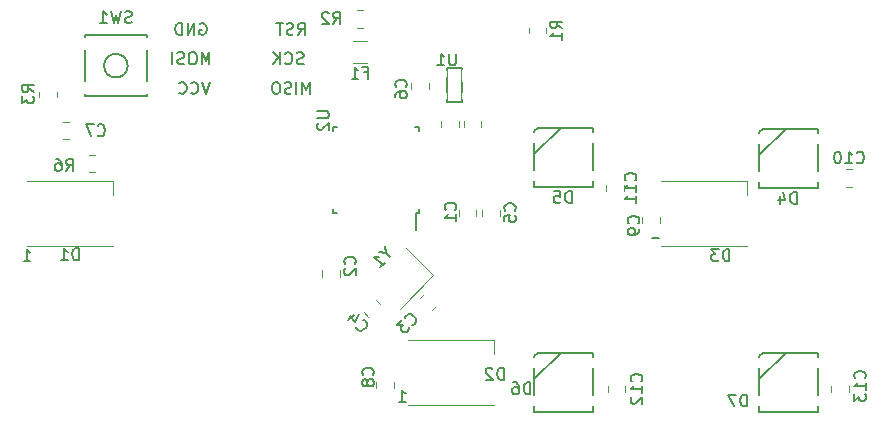
<source format=gbo>
G04 #@! TF.GenerationSoftware,KiCad,Pcbnew,(5.1.9-0-10_14)*
G04 #@! TF.CreationDate,2021-03-17T22:28:09-07:00*
G04 #@! TF.ProjectId,Croaky4,43726f61-6b79-4342-9e6b-696361645f70,rev?*
G04 #@! TF.SameCoordinates,Original*
G04 #@! TF.FileFunction,Legend,Bot*
G04 #@! TF.FilePolarity,Positive*
%FSLAX46Y46*%
G04 Gerber Fmt 4.6, Leading zero omitted, Abs format (unit mm)*
G04 Created by KiCad (PCBNEW (5.1.9-0-10_14)) date 2021-03-17 22:28:09*
%MOMM*%
%LPD*%
G01*
G04 APERTURE LIST*
%ADD10C,0.120000*%
%ADD11C,0.150000*%
%ADD12C,0.200000*%
%ADD13R,1.500000X1.000000*%
%ADD14R,1.501140X0.899160*%
%ADD15C,3.500000*%
%ADD16C,2.250000*%
%ADD17C,3.987800*%
%ADD18C,1.750000*%
%ADD19R,1.600000X0.550000*%
%ADD20R,0.550000X1.600000*%
%ADD21R,0.700000X1.000000*%
%ADD22R,0.700000X0.600000*%
%ADD23C,0.750000*%
%ADD24O,1.100000X2.200000*%
%ADD25O,1.100000X1.700000*%
%ADD26R,2.000000X2.000000*%
%ADD27C,2.000000*%
%ADD28R,2.000000X3.200000*%
%ADD29C,0.100000*%
%ADD30R,1.800000X1.100000*%
G04 APERTURE END LIST*
D10*
G04 #@! TO.C,D2*
X-35243750Y9131750D02*
X-35243750Y7981750D01*
X-42543750Y9131750D02*
X-35243750Y9131750D01*
X-42543750Y3631750D02*
X-35243750Y3631750D01*
D11*
G04 #@! TO.C,D6*
X-29568750Y8056250D02*
X-31868750Y5806250D01*
D12*
X-31568750Y8056250D02*
X-26868750Y8056250D01*
X-31868750Y7806250D02*
X-31868750Y3056250D01*
X-31568750Y8056250D02*
X-31868750Y7806250D01*
X-26868750Y3056250D02*
X-31868750Y3056250D01*
X-26869390Y8055610D02*
X-26869390Y3056890D01*
G04 #@! TO.C,D7*
X-7819390Y8055610D02*
X-7819390Y3056890D01*
X-7818750Y3056250D02*
X-12818750Y3056250D01*
X-12518750Y8056250D02*
X-12818750Y7806250D01*
X-12818750Y7806250D02*
X-12818750Y3056250D01*
X-12518750Y8056250D02*
X-7818750Y8056250D01*
D11*
X-10518750Y8056250D02*
X-12818750Y5806250D01*
D12*
G04 #@! TO.C,D5*
X-26869390Y27105610D02*
X-26869390Y22106890D01*
X-26868750Y22106250D02*
X-31868750Y22106250D01*
X-31568750Y27106250D02*
X-31868750Y26856250D01*
X-31868750Y26856250D02*
X-31868750Y22106250D01*
X-31568750Y27106250D02*
X-26868750Y27106250D01*
D11*
X-29568750Y27106250D02*
X-31868750Y24856250D01*
D12*
G04 #@! TO.C,D4*
X-7819390Y27010360D02*
X-7819390Y22011640D01*
X-7818750Y22011000D02*
X-12818750Y22011000D01*
X-12518750Y27011000D02*
X-12818750Y26761000D01*
X-12818750Y26761000D02*
X-12818750Y22011000D01*
X-12518750Y27011000D02*
X-7818750Y27011000D01*
D11*
X-10518750Y27011000D02*
X-12818750Y24761000D01*
D10*
G04 #@! TO.C,C13*
X-6704000Y5214252D02*
X-6704000Y4691748D01*
X-5234000Y5214252D02*
X-5234000Y4691748D01*
G04 #@! TO.C,C12*
X-25627000Y5214252D02*
X-25627000Y4691748D01*
X-24157000Y5214252D02*
X-24157000Y4691748D01*
G04 #@! TO.C,C11*
X-25754000Y21709748D02*
X-25754000Y22232252D01*
X-24284000Y21709748D02*
X-24284000Y22232252D01*
G04 #@! TO.C,C10*
X-4945748Y22125000D02*
X-5468252Y22125000D01*
X-4945748Y23595000D02*
X-5468252Y23595000D01*
D11*
G04 #@! TO.C,U2*
X-41843750Y19901750D02*
X-41843750Y18476750D01*
X-41618750Y27151750D02*
X-41618750Y26826750D01*
X-48868750Y27151750D02*
X-48868750Y26826750D01*
X-48868750Y19901750D02*
X-48868750Y20226750D01*
X-41618750Y19901750D02*
X-41618750Y20226750D01*
X-48868750Y19901750D02*
X-48543750Y19901750D01*
X-48868750Y27151750D02*
X-48543750Y27151750D01*
X-41618750Y27151750D02*
X-41943750Y27151750D01*
X-41618750Y19901750D02*
X-41843750Y19901750D01*
G04 #@! TO.C,U1*
X-39258000Y32184000D02*
X-39258000Y29284000D01*
X-39258000Y32184000D02*
X-37958000Y32184000D01*
X-37958000Y32184000D02*
X-37958000Y29284000D01*
X-37958000Y29284000D02*
X-39258000Y29284000D01*
D10*
G04 #@! TO.C,C6*
X-42264000Y30345748D02*
X-42264000Y30868252D01*
X-40794000Y30345748D02*
X-40794000Y30868252D01*
G04 #@! TO.C,C5*
X-36263250Y19645998D02*
X-36263250Y20168502D01*
X-34793250Y19645998D02*
X-34793250Y20168502D01*
G04 #@! TO.C,C1*
X-38231750Y19645998D02*
X-38231750Y20168502D01*
X-36761750Y19645998D02*
X-36761750Y20168502D01*
G04 #@! TO.C,R4*
X-39724000Y27204936D02*
X-39724000Y27659064D01*
X-38254000Y27204936D02*
X-38254000Y27659064D01*
G04 #@! TO.C,R5*
X-36349000Y27659064D02*
X-36349000Y27204936D01*
X-37819000Y27659064D02*
X-37819000Y27204936D01*
G04 #@! TO.C,C9*
X-21236000Y19565252D02*
X-21236000Y19042748D01*
X-22706000Y19565252D02*
X-22706000Y19042748D01*
G04 #@! TO.C,C8*
X-45216750Y5040998D02*
X-45216750Y5563502D01*
X-43746750Y5040998D02*
X-43746750Y5563502D01*
G04 #@! TO.C,C7*
X-71207998Y26157250D02*
X-71730502Y26157250D01*
X-71207998Y27627250D02*
X-71730502Y27627250D01*
G04 #@! TO.C,Y1*
X-40394837Y14616629D02*
X-43223264Y11788202D01*
X-42728290Y16950082D02*
X-40394837Y14616629D01*
D11*
G04 #@! TO.C,SW1*
X-69878250Y29753250D02*
X-64678250Y29753250D01*
X-64678250Y29753250D02*
X-64678250Y34953250D01*
X-64678250Y34953250D02*
X-69878250Y34953250D01*
X-69878250Y34953250D02*
X-69878250Y29753250D01*
X-66278250Y32353250D02*
G75*
G03*
X-66278250Y32353250I-1000000J0D01*
G01*
D10*
G04 #@! TO.C,R6*
X-69537314Y24833250D02*
X-69083186Y24833250D01*
X-69537314Y23363250D02*
X-69083186Y23363250D01*
G04 #@! TO.C,R3*
X-72290000Y30167314D02*
X-72290000Y29713186D01*
X-73760000Y30167314D02*
X-73760000Y29713186D01*
G04 #@! TO.C,R2*
X-46381936Y35587000D02*
X-46836064Y35587000D01*
X-46381936Y37057000D02*
X-46836064Y37057000D01*
G04 #@! TO.C,R1*
X-32326250Y35110686D02*
X-32326250Y35564814D01*
X-30856250Y35110686D02*
X-30856250Y35564814D01*
G04 #@! TO.C,F1*
X-47211064Y34438000D02*
X-46006936Y34438000D01*
X-47211064Y32618000D02*
X-46006936Y32618000D01*
G04 #@! TO.C,D3*
X-13812500Y22593750D02*
X-13812500Y21443750D01*
X-21112500Y22593750D02*
X-13812500Y22593750D01*
X-21112500Y17093750D02*
X-13812500Y17093750D01*
G04 #@! TO.C,D1*
X-67501750Y22593750D02*
X-67501750Y21443750D01*
X-74801750Y22593750D02*
X-67501750Y22593750D01*
X-74801750Y17093750D02*
X-67501750Y17093750D01*
G04 #@! TO.C,C4*
X-45258010Y12515457D02*
X-44888543Y12145990D01*
X-46297457Y11476010D02*
X-45927990Y11106543D01*
G04 #@! TO.C,C3*
X-40152792Y12020761D02*
X-40522259Y11651294D01*
X-41192239Y13060208D02*
X-41561706Y12690741D01*
G04 #@! TO.C,C2*
X-48318750Y15025002D02*
X-48318750Y14502498D01*
X-49788750Y15025002D02*
X-49788750Y14502498D01*
G04 #@! TO.C,D2*
D11*
X-34440904Y5770619D02*
X-34440904Y6770619D01*
X-34679000Y6770619D01*
X-34821857Y6723000D01*
X-34917095Y6627761D01*
X-34964714Y6532523D01*
X-35012333Y6342047D01*
X-35012333Y6199190D01*
X-34964714Y6008714D01*
X-34917095Y5913476D01*
X-34821857Y5818238D01*
X-34679000Y5770619D01*
X-34440904Y5770619D01*
X-35393285Y6675380D02*
X-35440904Y6723000D01*
X-35536142Y6770619D01*
X-35774238Y6770619D01*
X-35869476Y6723000D01*
X-35917095Y6675380D01*
X-35964714Y6580142D01*
X-35964714Y6484904D01*
X-35917095Y6342047D01*
X-35345666Y5770619D01*
X-35964714Y5770619D01*
X-43306964Y3897369D02*
X-42735535Y3897369D01*
X-43021250Y3897369D02*
X-43021250Y4897369D01*
X-42926011Y4754511D01*
X-42830773Y4659273D01*
X-42735535Y4611654D01*
G04 #@! TO.C,D6*
D12*
X-32186654Y4532369D02*
X-32186654Y5532369D01*
X-32424750Y5532369D01*
X-32567607Y5484750D01*
X-32662845Y5389511D01*
X-32710464Y5294273D01*
X-32758083Y5103797D01*
X-32758083Y4960940D01*
X-32710464Y4770464D01*
X-32662845Y4675226D01*
X-32567607Y4579988D01*
X-32424750Y4532369D01*
X-32186654Y4532369D01*
X-33615226Y5532369D02*
X-33424750Y5532369D01*
X-33329511Y5484750D01*
X-33281892Y5437130D01*
X-33186654Y5294273D01*
X-33139035Y5103797D01*
X-33139035Y4722845D01*
X-33186654Y4627607D01*
X-33234273Y4579988D01*
X-33329511Y4532369D01*
X-33519988Y4532369D01*
X-33615226Y4579988D01*
X-33662845Y4627607D01*
X-33710464Y4722845D01*
X-33710464Y4960940D01*
X-33662845Y5056178D01*
X-33615226Y5103797D01*
X-33519988Y5151416D01*
X-33329511Y5151416D01*
X-33234273Y5103797D01*
X-33186654Y5056178D01*
X-33139035Y4960940D01*
G04 #@! TO.C,D7*
X-13841504Y3510019D02*
X-13841504Y4510019D01*
X-14079600Y4510019D01*
X-14222457Y4462400D01*
X-14317695Y4367161D01*
X-14365314Y4271923D01*
X-14412933Y4081447D01*
X-14412933Y3938590D01*
X-14365314Y3748114D01*
X-14317695Y3652876D01*
X-14222457Y3557638D01*
X-14079600Y3510019D01*
X-13841504Y3510019D01*
X-14746266Y4510019D02*
X-15412933Y4510019D01*
X-14984361Y3510019D01*
G04 #@! TO.C,D5*
X-28690654Y20743869D02*
X-28690654Y21743869D01*
X-28928750Y21743869D01*
X-29071607Y21696250D01*
X-29166845Y21601011D01*
X-29214464Y21505773D01*
X-29262083Y21315297D01*
X-29262083Y21172440D01*
X-29214464Y20981964D01*
X-29166845Y20886726D01*
X-29071607Y20791488D01*
X-28928750Y20743869D01*
X-28690654Y20743869D01*
X-30166845Y21743869D02*
X-29690654Y21743869D01*
X-29643035Y21267678D01*
X-29690654Y21315297D01*
X-29785892Y21362916D01*
X-30023988Y21362916D01*
X-30119226Y21315297D01*
X-30166845Y21267678D01*
X-30214464Y21172440D01*
X-30214464Y20934345D01*
X-30166845Y20839107D01*
X-30119226Y20791488D01*
X-30023988Y20743869D01*
X-29785892Y20743869D01*
X-29690654Y20791488D01*
X-29643035Y20839107D01*
G04 #@! TO.C,D4*
X-9640654Y20648619D02*
X-9640654Y21648619D01*
X-9878750Y21648619D01*
X-10021607Y21601000D01*
X-10116845Y21505761D01*
X-10164464Y21410523D01*
X-10212083Y21220047D01*
X-10212083Y21077190D01*
X-10164464Y20886714D01*
X-10116845Y20791476D01*
X-10021607Y20696238D01*
X-9878750Y20648619D01*
X-9640654Y20648619D01*
X-11069226Y21315285D02*
X-11069226Y20648619D01*
X-10831130Y21696238D02*
X-10593035Y20981952D01*
X-11212083Y20981952D01*
G04 #@! TO.C,C13*
D11*
X-3859257Y5875257D02*
X-3811638Y5922876D01*
X-3764019Y6065733D01*
X-3764019Y6160971D01*
X-3811638Y6303828D01*
X-3906876Y6399066D01*
X-4002114Y6446685D01*
X-4192590Y6494304D01*
X-4335447Y6494304D01*
X-4525923Y6446685D01*
X-4621161Y6399066D01*
X-4716400Y6303828D01*
X-4764019Y6160971D01*
X-4764019Y6065733D01*
X-4716400Y5922876D01*
X-4668780Y5875257D01*
X-3764019Y4922876D02*
X-3764019Y5494304D01*
X-3764019Y5208590D02*
X-4764019Y5208590D01*
X-4621161Y5303828D01*
X-4525923Y5399066D01*
X-4478304Y5494304D01*
X-4764019Y4589542D02*
X-4764019Y3970495D01*
X-4383066Y4303828D01*
X-4383066Y4160971D01*
X-4335447Y4065733D01*
X-4287828Y4018114D01*
X-4192590Y3970495D01*
X-3954495Y3970495D01*
X-3859257Y4018114D01*
X-3811638Y4065733D01*
X-3764019Y4160971D01*
X-3764019Y4446685D01*
X-3811638Y4541923D01*
X-3859257Y4589542D01*
G04 #@! TO.C,C12*
X-22788607Y5627607D02*
X-22740988Y5675226D01*
X-22693369Y5818083D01*
X-22693369Y5913321D01*
X-22740988Y6056178D01*
X-22836226Y6151416D01*
X-22931464Y6199035D01*
X-23121940Y6246654D01*
X-23264797Y6246654D01*
X-23455273Y6199035D01*
X-23550511Y6151416D01*
X-23645750Y6056178D01*
X-23693369Y5913321D01*
X-23693369Y5818083D01*
X-23645750Y5675226D01*
X-23598130Y5627607D01*
X-22693369Y4675226D02*
X-22693369Y5246654D01*
X-22693369Y4960940D02*
X-23693369Y4960940D01*
X-23550511Y5056178D01*
X-23455273Y5151416D01*
X-23407654Y5246654D01*
X-23598130Y4294273D02*
X-23645750Y4246654D01*
X-23693369Y4151416D01*
X-23693369Y3913321D01*
X-23645750Y3818083D01*
X-23598130Y3770464D01*
X-23502892Y3722845D01*
X-23407654Y3722845D01*
X-23264797Y3770464D01*
X-22693369Y4341892D01*
X-22693369Y3722845D01*
G04 #@! TO.C,C11*
X-23296607Y22645607D02*
X-23248988Y22693226D01*
X-23201369Y22836083D01*
X-23201369Y22931321D01*
X-23248988Y23074178D01*
X-23344226Y23169416D01*
X-23439464Y23217035D01*
X-23629940Y23264654D01*
X-23772797Y23264654D01*
X-23963273Y23217035D01*
X-24058511Y23169416D01*
X-24153750Y23074178D01*
X-24201369Y22931321D01*
X-24201369Y22836083D01*
X-24153750Y22693226D01*
X-24106130Y22645607D01*
X-23201369Y21693226D02*
X-23201369Y22264654D01*
X-23201369Y21978940D02*
X-24201369Y21978940D01*
X-24058511Y22074178D01*
X-23963273Y22169416D01*
X-23915654Y22264654D01*
X-23201369Y20740845D02*
X-23201369Y21312273D01*
X-23201369Y21026559D02*
X-24201369Y21026559D01*
X-24058511Y21121797D01*
X-23963273Y21217035D01*
X-23915654Y21312273D01*
G04 #@! TO.C,C10*
X-4564142Y24182857D02*
X-4516523Y24135238D01*
X-4373666Y24087619D01*
X-4278428Y24087619D01*
X-4135571Y24135238D01*
X-4040333Y24230476D01*
X-3992714Y24325714D01*
X-3945095Y24516190D01*
X-3945095Y24659047D01*
X-3992714Y24849523D01*
X-4040333Y24944761D01*
X-4135571Y25040000D01*
X-4278428Y25087619D01*
X-4373666Y25087619D01*
X-4516523Y25040000D01*
X-4564142Y24992380D01*
X-5516523Y24087619D02*
X-4945095Y24087619D01*
X-5230809Y24087619D02*
X-5230809Y25087619D01*
X-5135571Y24944761D01*
X-5040333Y24849523D01*
X-4945095Y24801904D01*
X-6135571Y25087619D02*
X-6230809Y25087619D01*
X-6326047Y25040000D01*
X-6373666Y24992380D01*
X-6421285Y24897142D01*
X-6468904Y24706666D01*
X-6468904Y24468571D01*
X-6421285Y24278095D01*
X-6373666Y24182857D01*
X-6326047Y24135238D01*
X-6230809Y24087619D01*
X-6135571Y24087619D01*
X-6040333Y24135238D01*
X-5992714Y24182857D01*
X-5945095Y24278095D01*
X-5897476Y24468571D01*
X-5897476Y24706666D01*
X-5945095Y24897142D01*
X-5992714Y24992380D01*
X-6040333Y25040000D01*
X-6135571Y25087619D01*
G04 #@! TO.C,U2*
X-50236369Y28479654D02*
X-49426845Y28479654D01*
X-49331607Y28432035D01*
X-49283988Y28384416D01*
X-49236369Y28289178D01*
X-49236369Y28098702D01*
X-49283988Y28003464D01*
X-49331607Y27955845D01*
X-49426845Y27908226D01*
X-50236369Y27908226D01*
X-50141130Y27479654D02*
X-50188750Y27432035D01*
X-50236369Y27336797D01*
X-50236369Y27098702D01*
X-50188750Y27003464D01*
X-50141130Y26955845D01*
X-50045892Y26908226D01*
X-49950654Y26908226D01*
X-49807797Y26955845D01*
X-49236369Y27527273D01*
X-49236369Y26908226D01*
G04 #@! TO.C,U1*
X-38481095Y33377119D02*
X-38481095Y32567595D01*
X-38528714Y32472357D01*
X-38576333Y32424738D01*
X-38671571Y32377119D01*
X-38862047Y32377119D01*
X-38957285Y32424738D01*
X-39004904Y32472357D01*
X-39052523Y32567595D01*
X-39052523Y33377119D01*
X-40052523Y32377119D02*
X-39481095Y32377119D01*
X-39766809Y32377119D02*
X-39766809Y33377119D01*
X-39671571Y33234261D01*
X-39576333Y33139023D01*
X-39481095Y33091404D01*
G04 #@! TO.C,C6*
X-42727607Y30551416D02*
X-42679988Y30599035D01*
X-42632369Y30741892D01*
X-42632369Y30837130D01*
X-42679988Y30979988D01*
X-42775226Y31075226D01*
X-42870464Y31122845D01*
X-43060940Y31170464D01*
X-43203797Y31170464D01*
X-43394273Y31122845D01*
X-43489511Y31075226D01*
X-43584750Y30979988D01*
X-43632369Y30837130D01*
X-43632369Y30741892D01*
X-43584750Y30599035D01*
X-43537130Y30551416D01*
X-43632369Y29694273D02*
X-43632369Y29884750D01*
X-43584750Y29979988D01*
X-43537130Y30027607D01*
X-43394273Y30122845D01*
X-43203797Y30170464D01*
X-42822845Y30170464D01*
X-42727607Y30122845D01*
X-42679988Y30075226D01*
X-42632369Y29979988D01*
X-42632369Y29789511D01*
X-42679988Y29694273D01*
X-42727607Y29646654D01*
X-42822845Y29599035D01*
X-43060940Y29599035D01*
X-43156178Y29646654D01*
X-43203797Y29694273D01*
X-43251416Y29789511D01*
X-43251416Y29979988D01*
X-43203797Y30075226D01*
X-43156178Y30122845D01*
X-43060940Y30170464D01*
G04 #@! TO.C,C5*
X-33491107Y20073916D02*
X-33443488Y20121535D01*
X-33395869Y20264392D01*
X-33395869Y20359630D01*
X-33443488Y20502488D01*
X-33538726Y20597726D01*
X-33633964Y20645345D01*
X-33824440Y20692964D01*
X-33967297Y20692964D01*
X-34157773Y20645345D01*
X-34253011Y20597726D01*
X-34348250Y20502488D01*
X-34395869Y20359630D01*
X-34395869Y20264392D01*
X-34348250Y20121535D01*
X-34300630Y20073916D01*
X-34395869Y19169154D02*
X-34395869Y19645345D01*
X-33919678Y19692964D01*
X-33967297Y19645345D01*
X-34014916Y19550107D01*
X-34014916Y19312011D01*
X-33967297Y19216773D01*
X-33919678Y19169154D01*
X-33824440Y19121535D01*
X-33586345Y19121535D01*
X-33491107Y19169154D01*
X-33443488Y19216773D01*
X-33395869Y19312011D01*
X-33395869Y19550107D01*
X-33443488Y19645345D01*
X-33491107Y19692964D01*
G04 #@! TO.C,C1*
X-38536607Y20137416D02*
X-38488988Y20185035D01*
X-38441369Y20327892D01*
X-38441369Y20423130D01*
X-38488988Y20565988D01*
X-38584226Y20661226D01*
X-38679464Y20708845D01*
X-38869940Y20756464D01*
X-39012797Y20756464D01*
X-39203273Y20708845D01*
X-39298511Y20661226D01*
X-39393750Y20565988D01*
X-39441369Y20423130D01*
X-39441369Y20327892D01*
X-39393750Y20185035D01*
X-39346130Y20137416D01*
X-38441369Y19185035D02*
X-38441369Y19756464D01*
X-38441369Y19470750D02*
X-39441369Y19470750D01*
X-39298511Y19565988D01*
X-39203273Y19661226D01*
X-39155654Y19756464D01*
G04 #@! TO.C,J1*
X-50852321Y29972369D02*
X-50852321Y30972369D01*
X-51185654Y30258083D01*
X-51518988Y30972369D01*
X-51518988Y29972369D01*
X-51995178Y29972369D02*
X-51995178Y30972369D01*
X-52423750Y30019988D02*
X-52566607Y29972369D01*
X-52804702Y29972369D01*
X-52899940Y30019988D01*
X-52947559Y30067607D01*
X-52995178Y30162845D01*
X-52995178Y30258083D01*
X-52947559Y30353321D01*
X-52899940Y30400940D01*
X-52804702Y30448559D01*
X-52614226Y30496178D01*
X-52518988Y30543797D01*
X-52471369Y30591416D01*
X-52423750Y30686654D01*
X-52423750Y30781892D01*
X-52471369Y30877130D01*
X-52518988Y30924750D01*
X-52614226Y30972369D01*
X-52852321Y30972369D01*
X-52995178Y30924750D01*
X-53614226Y30972369D02*
X-53804702Y30972369D01*
X-53899940Y30924750D01*
X-53995178Y30829511D01*
X-54042797Y30639035D01*
X-54042797Y30305702D01*
X-53995178Y30115226D01*
X-53899940Y30019988D01*
X-53804702Y29972369D01*
X-53614226Y29972369D01*
X-53518988Y30019988D01*
X-53423750Y30115226D01*
X-53376130Y30305702D01*
X-53376130Y30639035D01*
X-53423750Y30829511D01*
X-53518988Y30924750D01*
X-53614226Y30972369D01*
X-59340416Y30972369D02*
X-59673750Y29972369D01*
X-60007083Y30972369D01*
X-60911845Y30067607D02*
X-60864226Y30019988D01*
X-60721369Y29972369D01*
X-60626130Y29972369D01*
X-60483273Y30019988D01*
X-60388035Y30115226D01*
X-60340416Y30210464D01*
X-60292797Y30400940D01*
X-60292797Y30543797D01*
X-60340416Y30734273D01*
X-60388035Y30829511D01*
X-60483273Y30924750D01*
X-60626130Y30972369D01*
X-60721369Y30972369D01*
X-60864226Y30924750D01*
X-60911845Y30877130D01*
X-61911845Y30067607D02*
X-61864226Y30019988D01*
X-61721369Y29972369D01*
X-61626130Y29972369D01*
X-61483273Y30019988D01*
X-61388035Y30115226D01*
X-61340416Y30210464D01*
X-61292797Y30400940D01*
X-61292797Y30543797D01*
X-61340416Y30734273D01*
X-61388035Y30829511D01*
X-61483273Y30924750D01*
X-61626130Y30972369D01*
X-61721369Y30972369D01*
X-61864226Y30924750D01*
X-61911845Y30877130D01*
X-51388035Y32519988D02*
X-51530892Y32472369D01*
X-51768988Y32472369D01*
X-51864226Y32519988D01*
X-51911845Y32567607D01*
X-51959464Y32662845D01*
X-51959464Y32758083D01*
X-51911845Y32853321D01*
X-51864226Y32900940D01*
X-51768988Y32948559D01*
X-51578511Y32996178D01*
X-51483273Y33043797D01*
X-51435654Y33091416D01*
X-51388035Y33186654D01*
X-51388035Y33281892D01*
X-51435654Y33377130D01*
X-51483273Y33424750D01*
X-51578511Y33472369D01*
X-51816607Y33472369D01*
X-51959464Y33424750D01*
X-52959464Y32567607D02*
X-52911845Y32519988D01*
X-52768988Y32472369D01*
X-52673750Y32472369D01*
X-52530892Y32519988D01*
X-52435654Y32615226D01*
X-52388035Y32710464D01*
X-52340416Y32900940D01*
X-52340416Y33043797D01*
X-52388035Y33234273D01*
X-52435654Y33329511D01*
X-52530892Y33424750D01*
X-52673750Y33472369D01*
X-52768988Y33472369D01*
X-52911845Y33424750D01*
X-52959464Y33377130D01*
X-53388035Y32472369D02*
X-53388035Y33472369D01*
X-53959464Y32472369D02*
X-53530892Y33043797D01*
X-53959464Y33472369D02*
X-53388035Y32900940D01*
X-59352321Y32472369D02*
X-59352321Y33472369D01*
X-59685654Y32758083D01*
X-60018988Y33472369D01*
X-60018988Y32472369D01*
X-60685654Y33472369D02*
X-60876130Y33472369D01*
X-60971369Y33424750D01*
X-61066607Y33329511D01*
X-61114226Y33139035D01*
X-61114226Y32805702D01*
X-61066607Y32615226D01*
X-60971369Y32519988D01*
X-60876130Y32472369D01*
X-60685654Y32472369D01*
X-60590416Y32519988D01*
X-60495178Y32615226D01*
X-60447559Y32805702D01*
X-60447559Y33139035D01*
X-60495178Y33329511D01*
X-60590416Y33424750D01*
X-60685654Y33472369D01*
X-61495178Y32519988D02*
X-61638035Y32472369D01*
X-61876130Y32472369D01*
X-61971369Y32519988D01*
X-62018988Y32567607D01*
X-62066607Y32662845D01*
X-62066607Y32758083D01*
X-62018988Y32853321D01*
X-61971369Y32900940D01*
X-61876130Y32948559D01*
X-61685654Y32996178D01*
X-61590416Y33043797D01*
X-61542797Y33091416D01*
X-61495178Y33186654D01*
X-61495178Y33281892D01*
X-61542797Y33377130D01*
X-61590416Y33424750D01*
X-61685654Y33472369D01*
X-61923750Y33472369D01*
X-62066607Y33424750D01*
X-62495178Y32472369D02*
X-62495178Y33472369D01*
X-51876130Y34972369D02*
X-51542797Y35448559D01*
X-51304702Y34972369D02*
X-51304702Y35972369D01*
X-51685654Y35972369D01*
X-51780892Y35924750D01*
X-51828511Y35877130D01*
X-51876130Y35781892D01*
X-51876130Y35639035D01*
X-51828511Y35543797D01*
X-51780892Y35496178D01*
X-51685654Y35448559D01*
X-51304702Y35448559D01*
X-52257083Y35019988D02*
X-52399940Y34972369D01*
X-52638035Y34972369D01*
X-52733273Y35019988D01*
X-52780892Y35067607D01*
X-52828511Y35162845D01*
X-52828511Y35258083D01*
X-52780892Y35353321D01*
X-52733273Y35400940D01*
X-52638035Y35448559D01*
X-52447559Y35496178D01*
X-52352321Y35543797D01*
X-52304702Y35591416D01*
X-52257083Y35686654D01*
X-52257083Y35781892D01*
X-52304702Y35877130D01*
X-52352321Y35924750D01*
X-52447559Y35972369D01*
X-52685654Y35972369D01*
X-52828511Y35924750D01*
X-53114226Y35972369D02*
X-53685654Y35972369D01*
X-53399940Y34972369D02*
X-53399940Y35972369D01*
X-60161845Y35924750D02*
X-60066607Y35972369D01*
X-59923750Y35972369D01*
X-59780892Y35924750D01*
X-59685654Y35829511D01*
X-59638035Y35734273D01*
X-59590416Y35543797D01*
X-59590416Y35400940D01*
X-59638035Y35210464D01*
X-59685654Y35115226D01*
X-59780892Y35019988D01*
X-59923750Y34972369D01*
X-60018988Y34972369D01*
X-60161845Y35019988D01*
X-60209464Y35067607D01*
X-60209464Y35400940D01*
X-60018988Y35400940D01*
X-60638035Y34972369D02*
X-60638035Y35972369D01*
X-61209464Y34972369D01*
X-61209464Y35972369D01*
X-61685654Y34972369D02*
X-61685654Y35972369D01*
X-61923750Y35972369D01*
X-62066607Y35924750D01*
X-62161845Y35829511D01*
X-62209464Y35734273D01*
X-62257083Y35543797D01*
X-62257083Y35400940D01*
X-62209464Y35210464D01*
X-62161845Y35115226D01*
X-62066607Y35019988D01*
X-61923750Y34972369D01*
X-61685654Y34972369D01*
G04 #@! TO.C,C9*
X-23042607Y18994416D02*
X-22994988Y19042035D01*
X-22947369Y19184892D01*
X-22947369Y19280130D01*
X-22994988Y19422988D01*
X-23090226Y19518226D01*
X-23185464Y19565845D01*
X-23375940Y19613464D01*
X-23518797Y19613464D01*
X-23709273Y19565845D01*
X-23804511Y19518226D01*
X-23899750Y19422988D01*
X-23947369Y19280130D01*
X-23947369Y19184892D01*
X-23899750Y19042035D01*
X-23852130Y18994416D01*
X-22947369Y18518226D02*
X-22947369Y18327750D01*
X-22994988Y18232511D01*
X-23042607Y18184892D01*
X-23185464Y18089654D01*
X-23375940Y18042035D01*
X-23756892Y18042035D01*
X-23852130Y18089654D01*
X-23899750Y18137273D01*
X-23947369Y18232511D01*
X-23947369Y18422988D01*
X-23899750Y18518226D01*
X-23852130Y18565845D01*
X-23756892Y18613464D01*
X-23518797Y18613464D01*
X-23423559Y18565845D01*
X-23375940Y18518226D01*
X-23328321Y18422988D01*
X-23328321Y18232511D01*
X-23375940Y18137273D01*
X-23423559Y18089654D01*
X-23518797Y18042035D01*
G04 #@! TO.C,C8*
X-45521607Y6167416D02*
X-45473988Y6215035D01*
X-45426369Y6357892D01*
X-45426369Y6453130D01*
X-45473988Y6595988D01*
X-45569226Y6691226D01*
X-45664464Y6738845D01*
X-45854940Y6786464D01*
X-45997797Y6786464D01*
X-46188273Y6738845D01*
X-46283511Y6691226D01*
X-46378750Y6595988D01*
X-46426369Y6453130D01*
X-46426369Y6357892D01*
X-46378750Y6215035D01*
X-46331130Y6167416D01*
X-45997797Y5595988D02*
X-46045416Y5691226D01*
X-46093035Y5738845D01*
X-46188273Y5786464D01*
X-46235892Y5786464D01*
X-46331130Y5738845D01*
X-46378750Y5691226D01*
X-46426369Y5595988D01*
X-46426369Y5405511D01*
X-46378750Y5310273D01*
X-46331130Y5262654D01*
X-46235892Y5215035D01*
X-46188273Y5215035D01*
X-46093035Y5262654D01*
X-46045416Y5310273D01*
X-45997797Y5405511D01*
X-45997797Y5595988D01*
X-45950178Y5691226D01*
X-45902559Y5738845D01*
X-45807321Y5786464D01*
X-45616845Y5786464D01*
X-45521607Y5738845D01*
X-45473988Y5691226D01*
X-45426369Y5595988D01*
X-45426369Y5405511D01*
X-45473988Y5310273D01*
X-45521607Y5262654D01*
X-45616845Y5215035D01*
X-45807321Y5215035D01*
X-45902559Y5262654D01*
X-45950178Y5310273D01*
X-45997797Y5405511D01*
G04 #@! TO.C,C7*
X-68826083Y26471607D02*
X-68778464Y26423988D01*
X-68635607Y26376369D01*
X-68540369Y26376369D01*
X-68397511Y26423988D01*
X-68302273Y26519226D01*
X-68254654Y26614464D01*
X-68207035Y26804940D01*
X-68207035Y26947797D01*
X-68254654Y27138273D01*
X-68302273Y27233511D01*
X-68397511Y27328750D01*
X-68540369Y27376369D01*
X-68635607Y27376369D01*
X-68778464Y27328750D01*
X-68826083Y27281130D01*
X-69159416Y27376369D02*
X-69826083Y27376369D01*
X-69397511Y26376369D01*
G04 #@! TO.C,Y1*
X-44388307Y16455107D02*
X-44051589Y16118389D01*
X-44522994Y17061198D02*
X-44388307Y16455107D01*
X-44994398Y16589794D01*
X-44893383Y15276596D02*
X-44489322Y15680657D01*
X-44691353Y15478626D02*
X-45398459Y16185733D01*
X-45230101Y16152061D01*
X-45095414Y16152061D01*
X-44994398Y16185733D01*
G04 #@! TO.C,SW1*
X-65944916Y36012488D02*
X-66087773Y35964869D01*
X-66325869Y35964869D01*
X-66421107Y36012488D01*
X-66468726Y36060107D01*
X-66516345Y36155345D01*
X-66516345Y36250583D01*
X-66468726Y36345821D01*
X-66421107Y36393440D01*
X-66325869Y36441059D01*
X-66135392Y36488678D01*
X-66040154Y36536297D01*
X-65992535Y36583916D01*
X-65944916Y36679154D01*
X-65944916Y36774392D01*
X-65992535Y36869630D01*
X-66040154Y36917250D01*
X-66135392Y36964869D01*
X-66373488Y36964869D01*
X-66516345Y36917250D01*
X-66849678Y36964869D02*
X-67087773Y35964869D01*
X-67278250Y36679154D01*
X-67468726Y35964869D01*
X-67706821Y36964869D01*
X-68611583Y35964869D02*
X-68040154Y35964869D01*
X-68325869Y35964869D02*
X-68325869Y36964869D01*
X-68230630Y36822011D01*
X-68135392Y36726773D01*
X-68040154Y36679154D01*
G04 #@! TO.C,R6*
X-71493083Y23455369D02*
X-71159750Y23931559D01*
X-70921654Y23455369D02*
X-70921654Y24455369D01*
X-71302607Y24455369D01*
X-71397845Y24407750D01*
X-71445464Y24360130D01*
X-71493083Y24264892D01*
X-71493083Y24122035D01*
X-71445464Y24026797D01*
X-71397845Y23979178D01*
X-71302607Y23931559D01*
X-70921654Y23931559D01*
X-72350226Y24455369D02*
X-72159750Y24455369D01*
X-72064511Y24407750D01*
X-72016892Y24360130D01*
X-71921654Y24217273D01*
X-71874035Y24026797D01*
X-71874035Y23645845D01*
X-71921654Y23550607D01*
X-71969273Y23502988D01*
X-72064511Y23455369D01*
X-72254988Y23455369D01*
X-72350226Y23502988D01*
X-72397845Y23550607D01*
X-72445464Y23645845D01*
X-72445464Y23883940D01*
X-72397845Y23979178D01*
X-72350226Y24026797D01*
X-72254988Y24074416D01*
X-72064511Y24074416D01*
X-71969273Y24026797D01*
X-71921654Y23979178D01*
X-71874035Y23883940D01*
G04 #@! TO.C,R3*
X-74222619Y30106916D02*
X-74698809Y30440250D01*
X-74222619Y30678345D02*
X-75222619Y30678345D01*
X-75222619Y30297392D01*
X-75175000Y30202154D01*
X-75127380Y30154535D01*
X-75032142Y30106916D01*
X-74889285Y30106916D01*
X-74794047Y30154535D01*
X-74746428Y30202154D01*
X-74698809Y30297392D01*
X-74698809Y30678345D01*
X-75222619Y29773583D02*
X-75222619Y29154535D01*
X-74841666Y29487869D01*
X-74841666Y29345011D01*
X-74794047Y29249773D01*
X-74746428Y29202154D01*
X-74651190Y29154535D01*
X-74413095Y29154535D01*
X-74317857Y29202154D01*
X-74270238Y29249773D01*
X-74222619Y29345011D01*
X-74222619Y29630726D01*
X-74270238Y29725964D01*
X-74317857Y29773583D01*
G04 #@! TO.C,R2*
X-48887083Y35901369D02*
X-48553750Y36377559D01*
X-48315654Y35901369D02*
X-48315654Y36901369D01*
X-48696607Y36901369D01*
X-48791845Y36853750D01*
X-48839464Y36806130D01*
X-48887083Y36710892D01*
X-48887083Y36568035D01*
X-48839464Y36472797D01*
X-48791845Y36425178D01*
X-48696607Y36377559D01*
X-48315654Y36377559D01*
X-49268035Y36806130D02*
X-49315654Y36853750D01*
X-49410892Y36901369D01*
X-49648988Y36901369D01*
X-49744226Y36853750D01*
X-49791845Y36806130D01*
X-49839464Y36710892D01*
X-49839464Y36615654D01*
X-49791845Y36472797D01*
X-49220416Y35901369D01*
X-49839464Y35901369D01*
G04 #@! TO.C,R1*
X-29488869Y35504416D02*
X-29965059Y35837750D01*
X-29488869Y36075845D02*
X-30488869Y36075845D01*
X-30488869Y35694892D01*
X-30441250Y35599654D01*
X-30393630Y35552035D01*
X-30298392Y35504416D01*
X-30155535Y35504416D01*
X-30060297Y35552035D01*
X-30012678Y35599654D01*
X-29965059Y35694892D01*
X-29965059Y36075845D01*
X-29488869Y34552035D02*
X-29488869Y35123464D01*
X-29488869Y34837750D02*
X-30488869Y34837750D01*
X-30346011Y34932988D01*
X-30250773Y35028226D01*
X-30203154Y35123464D01*
G04 #@! TO.C,F1*
X-46275666Y31779428D02*
X-45942333Y31779428D01*
X-45942333Y31255619D02*
X-45942333Y32255619D01*
X-46418523Y32255619D01*
X-47323285Y31255619D02*
X-46751857Y31255619D01*
X-47037571Y31255619D02*
X-47037571Y32255619D01*
X-46942333Y32112761D01*
X-46847095Y32017523D01*
X-46751857Y31969904D01*
G04 #@! TO.C,D3*
X-15327404Y15803619D02*
X-15327404Y16803619D01*
X-15565500Y16803619D01*
X-15708357Y16756000D01*
X-15803595Y16660761D01*
X-15851214Y16565523D01*
X-15898833Y16375047D01*
X-15898833Y16232190D01*
X-15851214Y16041714D01*
X-15803595Y15946476D01*
X-15708357Y15851238D01*
X-15565500Y15803619D01*
X-15327404Y15803619D01*
X-16232166Y16803619D02*
X-16851214Y16803619D01*
X-16517880Y16422666D01*
X-16660738Y16422666D01*
X-16755976Y16375047D01*
X-16803595Y16327428D01*
X-16851214Y16232190D01*
X-16851214Y15994095D01*
X-16803595Y15898857D01*
X-16755976Y15851238D01*
X-16660738Y15803619D01*
X-16375023Y15803619D01*
X-16279785Y15851238D01*
X-16232166Y15898857D01*
X-21898214Y17791369D02*
X-21326785Y17791369D01*
X-21612500Y17791369D02*
X-21612500Y18791369D01*
X-21517261Y18648511D01*
X-21422023Y18553273D01*
X-21326785Y18505654D01*
G04 #@! TO.C,D1*
X-70413654Y15891369D02*
X-70413654Y16891369D01*
X-70651750Y16891369D01*
X-70794607Y16843750D01*
X-70889845Y16748511D01*
X-70937464Y16653273D01*
X-70985083Y16462797D01*
X-70985083Y16319940D01*
X-70937464Y16129464D01*
X-70889845Y16034226D01*
X-70794607Y15938988D01*
X-70651750Y15891369D01*
X-70413654Y15891369D01*
X-71937464Y15891369D02*
X-71366035Y15891369D01*
X-71651750Y15891369D02*
X-71651750Y16891369D01*
X-71556511Y16748511D01*
X-71461273Y16653273D01*
X-71366035Y16605654D01*
X-75088714Y15803619D02*
X-74517285Y15803619D01*
X-74803000Y15803619D02*
X-74803000Y16803619D01*
X-74707761Y16660761D01*
X-74612523Y16565523D01*
X-74517285Y16517904D01*
G04 #@! TO.C,C4*
X-46915626Y10252671D02*
X-46915626Y10185328D01*
X-46848282Y10050641D01*
X-46780939Y9983297D01*
X-46646251Y9915954D01*
X-46511564Y9915954D01*
X-46410549Y9949625D01*
X-46242190Y10050641D01*
X-46141175Y10151656D01*
X-46040160Y10320015D01*
X-46006488Y10421030D01*
X-46006488Y10555717D01*
X-46073832Y10690404D01*
X-46141175Y10757748D01*
X-46275862Y10825091D01*
X-46343206Y10825091D01*
X-47117656Y11262824D02*
X-47589061Y10791419D01*
X-46679923Y11363839D02*
X-47016641Y10690404D01*
X-47454374Y11128137D01*
G04 #@! TO.C,C3*
X-42193108Y10425012D02*
X-42125765Y10425012D01*
X-41991078Y10492356D01*
X-41923734Y10559699D01*
X-41856391Y10694387D01*
X-41856391Y10829074D01*
X-41890062Y10930089D01*
X-41991078Y11098448D01*
X-42092093Y11199463D01*
X-42260452Y11300478D01*
X-42361467Y11334150D01*
X-42496154Y11334150D01*
X-42630841Y11266806D01*
X-42698185Y11199463D01*
X-42765528Y11064776D01*
X-42765528Y10997432D01*
X-43068574Y10829074D02*
X-43506307Y10391341D01*
X-43001230Y10357669D01*
X-43102246Y10256654D01*
X-43135917Y10155638D01*
X-43135917Y10088295D01*
X-43102246Y9987280D01*
X-42933887Y9818921D01*
X-42832872Y9785249D01*
X-42765528Y9785249D01*
X-42664513Y9818921D01*
X-42462482Y10020951D01*
X-42428810Y10121967D01*
X-42428810Y10189310D01*
G04 #@! TO.C,C2*
X-47045607Y15565416D02*
X-46997988Y15613035D01*
X-46950369Y15755892D01*
X-46950369Y15851130D01*
X-46997988Y15993988D01*
X-47093226Y16089226D01*
X-47188464Y16136845D01*
X-47378940Y16184464D01*
X-47521797Y16184464D01*
X-47712273Y16136845D01*
X-47807511Y16089226D01*
X-47902750Y15993988D01*
X-47950369Y15851130D01*
X-47950369Y15755892D01*
X-47902750Y15613035D01*
X-47855130Y15565416D01*
X-47855130Y15184464D02*
X-47902750Y15136845D01*
X-47950369Y15041607D01*
X-47950369Y14803511D01*
X-47902750Y14708273D01*
X-47855130Y14660654D01*
X-47759892Y14613035D01*
X-47664654Y14613035D01*
X-47521797Y14660654D01*
X-46950369Y15232083D01*
X-46950369Y14613035D01*
G04 #@! TD*
%LPC*%
D13*
G04 #@! TO.C,D2*
X-41343750Y4781750D03*
X-41343750Y7981750D03*
X-36443750Y4781750D03*
X-36443750Y7981750D03*
G04 #@! TD*
D14*
G04 #@! TO.C,D6*
X-26869390Y3956050D03*
X-26869390Y7156450D03*
X-31868110Y7156450D03*
X-31868110Y3956050D03*
D15*
X-29368750Y5556250D03*
G04 #@! TD*
G04 #@! TO.C,D7*
X-10318750Y5556250D03*
D14*
X-12818110Y3956050D03*
X-12818110Y7156450D03*
X-7819390Y7156450D03*
X-7819390Y3956050D03*
G04 #@! TD*
D15*
G04 #@! TO.C,D5*
X-29368750Y24606250D03*
D14*
X-31868110Y23006050D03*
X-31868110Y26206450D03*
X-26869390Y26206450D03*
X-26869390Y23006050D03*
G04 #@! TD*
D15*
G04 #@! TO.C,D4*
X-10318750Y24511000D03*
D14*
X-12818110Y22910800D03*
X-12818110Y26111200D03*
X-7819390Y26111200D03*
X-7819390Y22910800D03*
G04 #@! TD*
D16*
G04 #@! TO.C,MX2*
X-26828750Y15398750D03*
D17*
X-29368750Y10318750D03*
D16*
X-33178750Y12858750D03*
D18*
X-34448750Y10318750D03*
X-24288750Y10318750D03*
G04 #@! TD*
G04 #@! TO.C,C13*
G36*
G01*
X-6444000Y6403000D02*
X-5494000Y6403000D01*
G75*
G02*
X-5244000Y6153000I0J-250000D01*
G01*
X-5244000Y5653000D01*
G75*
G02*
X-5494000Y5403000I-250000J0D01*
G01*
X-6444000Y5403000D01*
G75*
G02*
X-6694000Y5653000I0J250000D01*
G01*
X-6694000Y6153000D01*
G75*
G02*
X-6444000Y6403000I250000J0D01*
G01*
G37*
G36*
G01*
X-6444000Y4503000D02*
X-5494000Y4503000D01*
G75*
G02*
X-5244000Y4253000I0J-250000D01*
G01*
X-5244000Y3753000D01*
G75*
G02*
X-5494000Y3503000I-250000J0D01*
G01*
X-6444000Y3503000D01*
G75*
G02*
X-6694000Y3753000I0J250000D01*
G01*
X-6694000Y4253000D01*
G75*
G02*
X-6444000Y4503000I250000J0D01*
G01*
G37*
G04 #@! TD*
G04 #@! TO.C,C12*
G36*
G01*
X-25367000Y6403000D02*
X-24417000Y6403000D01*
G75*
G02*
X-24167000Y6153000I0J-250000D01*
G01*
X-24167000Y5653000D01*
G75*
G02*
X-24417000Y5403000I-250000J0D01*
G01*
X-25367000Y5403000D01*
G75*
G02*
X-25617000Y5653000I0J250000D01*
G01*
X-25617000Y6153000D01*
G75*
G02*
X-25367000Y6403000I250000J0D01*
G01*
G37*
G36*
G01*
X-25367000Y4503000D02*
X-24417000Y4503000D01*
G75*
G02*
X-24167000Y4253000I0J-250000D01*
G01*
X-24167000Y3753000D01*
G75*
G02*
X-24417000Y3503000I-250000J0D01*
G01*
X-25367000Y3503000D01*
G75*
G02*
X-25617000Y3753000I0J250000D01*
G01*
X-25617000Y4253000D01*
G75*
G02*
X-25367000Y4503000I250000J0D01*
G01*
G37*
G04 #@! TD*
G04 #@! TO.C,C11*
G36*
G01*
X-24544000Y22421000D02*
X-25494000Y22421000D01*
G75*
G02*
X-25744000Y22671000I0J250000D01*
G01*
X-25744000Y23171000D01*
G75*
G02*
X-25494000Y23421000I250000J0D01*
G01*
X-24544000Y23421000D01*
G75*
G02*
X-24294000Y23171000I0J-250000D01*
G01*
X-24294000Y22671000D01*
G75*
G02*
X-24544000Y22421000I-250000J0D01*
G01*
G37*
G36*
G01*
X-24544000Y20521000D02*
X-25494000Y20521000D01*
G75*
G02*
X-25744000Y20771000I0J250000D01*
G01*
X-25744000Y21271000D01*
G75*
G02*
X-25494000Y21521000I250000J0D01*
G01*
X-24544000Y21521000D01*
G75*
G02*
X-24294000Y21271000I0J-250000D01*
G01*
X-24294000Y20771000D01*
G75*
G02*
X-24544000Y20521000I-250000J0D01*
G01*
G37*
G04 #@! TD*
G04 #@! TO.C,C10*
G36*
G01*
X-5657000Y23335000D02*
X-5657000Y22385000D01*
G75*
G02*
X-5907000Y22135000I-250000J0D01*
G01*
X-6407000Y22135000D01*
G75*
G02*
X-6657000Y22385000I0J250000D01*
G01*
X-6657000Y23335000D01*
G75*
G02*
X-6407000Y23585000I250000J0D01*
G01*
X-5907000Y23585000D01*
G75*
G02*
X-5657000Y23335000I0J-250000D01*
G01*
G37*
G36*
G01*
X-3757000Y23335000D02*
X-3757000Y22385000D01*
G75*
G02*
X-4007000Y22135000I-250000J0D01*
G01*
X-4507000Y22135000D01*
G75*
G02*
X-4757000Y22385000I0J250000D01*
G01*
X-4757000Y23335000D01*
G75*
G02*
X-4507000Y23585000I250000J0D01*
G01*
X-4007000Y23585000D01*
G75*
G02*
X-3757000Y23335000I0J-250000D01*
G01*
G37*
G04 #@! TD*
D19*
G04 #@! TO.C,U2*
X-40993750Y20726750D03*
X-40993750Y21526750D03*
X-40993750Y22326750D03*
X-40993750Y23126750D03*
X-40993750Y23926750D03*
X-40993750Y24726750D03*
X-40993750Y25526750D03*
X-40993750Y26326750D03*
D20*
X-42443750Y27776750D03*
X-43243750Y27776750D03*
X-44043750Y27776750D03*
X-44843750Y27776750D03*
X-45643750Y27776750D03*
X-46443750Y27776750D03*
X-47243750Y27776750D03*
X-48043750Y27776750D03*
D19*
X-49493750Y26326750D03*
X-49493750Y25526750D03*
X-49493750Y24726750D03*
X-49493750Y23926750D03*
X-49493750Y23126750D03*
X-49493750Y22326750D03*
X-49493750Y21526750D03*
X-49493750Y20726750D03*
D20*
X-48043750Y19276750D03*
X-47243750Y19276750D03*
X-46443750Y19276750D03*
X-45643750Y19276750D03*
X-44843750Y19276750D03*
X-44043750Y19276750D03*
X-43243750Y19276750D03*
X-42443750Y19276750D03*
G04 #@! TD*
D21*
G04 #@! TO.C,U1*
X-37608000Y31484000D03*
D22*
X-39608000Y31684000D03*
X-37608000Y29784000D03*
X-39608000Y29784000D03*
G04 #@! TD*
G04 #@! TO.C,C6*
G36*
G01*
X-41054000Y31057000D02*
X-42004000Y31057000D01*
G75*
G02*
X-42254000Y31307000I0J250000D01*
G01*
X-42254000Y31807000D01*
G75*
G02*
X-42004000Y32057000I250000J0D01*
G01*
X-41054000Y32057000D01*
G75*
G02*
X-40804000Y31807000I0J-250000D01*
G01*
X-40804000Y31307000D01*
G75*
G02*
X-41054000Y31057000I-250000J0D01*
G01*
G37*
G36*
G01*
X-41054000Y29157000D02*
X-42004000Y29157000D01*
G75*
G02*
X-42254000Y29407000I0J250000D01*
G01*
X-42254000Y29907000D01*
G75*
G02*
X-42004000Y30157000I250000J0D01*
G01*
X-41054000Y30157000D01*
G75*
G02*
X-40804000Y29907000I0J-250000D01*
G01*
X-40804000Y29407000D01*
G75*
G02*
X-41054000Y29157000I-250000J0D01*
G01*
G37*
G04 #@! TD*
G04 #@! TO.C,C5*
G36*
G01*
X-35053250Y20357250D02*
X-36003250Y20357250D01*
G75*
G02*
X-36253250Y20607250I0J250000D01*
G01*
X-36253250Y21107250D01*
G75*
G02*
X-36003250Y21357250I250000J0D01*
G01*
X-35053250Y21357250D01*
G75*
G02*
X-34803250Y21107250I0J-250000D01*
G01*
X-34803250Y20607250D01*
G75*
G02*
X-35053250Y20357250I-250000J0D01*
G01*
G37*
G36*
G01*
X-35053250Y18457250D02*
X-36003250Y18457250D01*
G75*
G02*
X-36253250Y18707250I0J250000D01*
G01*
X-36253250Y19207250D01*
G75*
G02*
X-36003250Y19457250I250000J0D01*
G01*
X-35053250Y19457250D01*
G75*
G02*
X-34803250Y19207250I0J-250000D01*
G01*
X-34803250Y18707250D01*
G75*
G02*
X-35053250Y18457250I-250000J0D01*
G01*
G37*
G04 #@! TD*
G04 #@! TO.C,C1*
G36*
G01*
X-37021750Y20357250D02*
X-37971750Y20357250D01*
G75*
G02*
X-38221750Y20607250I0J250000D01*
G01*
X-38221750Y21107250D01*
G75*
G02*
X-37971750Y21357250I250000J0D01*
G01*
X-37021750Y21357250D01*
G75*
G02*
X-36771750Y21107250I0J-250000D01*
G01*
X-36771750Y20607250D01*
G75*
G02*
X-37021750Y20357250I-250000J0D01*
G01*
G37*
G36*
G01*
X-37021750Y18457250D02*
X-37971750Y18457250D01*
G75*
G02*
X-38221750Y18707250I0J250000D01*
G01*
X-38221750Y19207250D01*
G75*
G02*
X-37971750Y19457250I250000J0D01*
G01*
X-37021750Y19457250D01*
G75*
G02*
X-36771750Y19207250I0J-250000D01*
G01*
X-36771750Y18707250D01*
G75*
G02*
X-37021750Y18457250I-250000J0D01*
G01*
G37*
G04 #@! TD*
D16*
G04 #@! TO.C,MX4*
X-7778750Y15398750D03*
D17*
X-10318750Y10318750D03*
D16*
X-14128750Y12858750D03*
D18*
X-15398750Y10318750D03*
X-5238750Y10318750D03*
G04 #@! TD*
D16*
G04 #@! TO.C,MX3*
X-7778750Y34448750D03*
D17*
X-10318750Y29368750D03*
D16*
X-14128750Y31908750D03*
D18*
X-15398750Y29368750D03*
X-5238750Y29368750D03*
G04 #@! TD*
D16*
G04 #@! TO.C,MX1*
X-26828750Y34448750D03*
D17*
X-29368750Y29368750D03*
D16*
X-33178750Y31908750D03*
D18*
X-34448750Y29368750D03*
X-24288750Y29368750D03*
G04 #@! TD*
G04 #@! TO.C,R4*
G36*
G01*
X-38538998Y27832000D02*
X-39439002Y27832000D01*
G75*
G02*
X-39689000Y28081998I0J249998D01*
G01*
X-39689000Y28607002D01*
G75*
G02*
X-39439002Y28857000I249998J0D01*
G01*
X-38538998Y28857000D01*
G75*
G02*
X-38289000Y28607002I0J-249998D01*
G01*
X-38289000Y28081998D01*
G75*
G02*
X-38538998Y27832000I-249998J0D01*
G01*
G37*
G36*
G01*
X-38538998Y26007000D02*
X-39439002Y26007000D01*
G75*
G02*
X-39689000Y26256998I0J249998D01*
G01*
X-39689000Y26782002D01*
G75*
G02*
X-39439002Y27032000I249998J0D01*
G01*
X-38538998Y27032000D01*
G75*
G02*
X-38289000Y26782002I0J-249998D01*
G01*
X-38289000Y26256998D01*
G75*
G02*
X-38538998Y26007000I-249998J0D01*
G01*
G37*
G04 #@! TD*
G04 #@! TO.C,USB1*
G36*
G01*
X-36018750Y33648750D02*
X-36018750Y35098750D01*
G75*
G02*
X-35968750Y35148750I50000J0D01*
G01*
X-35368750Y35148750D01*
G75*
G02*
X-35318750Y35098750I0J-50000D01*
G01*
X-35318750Y33648750D01*
G75*
G02*
X-35368750Y33598750I-50000J0D01*
G01*
X-35968750Y33598750D01*
G75*
G02*
X-36018750Y33648750I0J50000D01*
G01*
G37*
G36*
G01*
X-42468750Y33648750D02*
X-42468750Y35098750D01*
G75*
G02*
X-42418750Y35148750I50000J0D01*
G01*
X-41818750Y35148750D01*
G75*
G02*
X-41768750Y35098750I0J-50000D01*
G01*
X-41768750Y33648750D01*
G75*
G02*
X-41818750Y33598750I-50000J0D01*
G01*
X-42418750Y33598750D01*
G75*
G02*
X-42468750Y33648750I0J50000D01*
G01*
G37*
G36*
G01*
X-36793750Y33648750D02*
X-36793750Y35098750D01*
G75*
G02*
X-36743750Y35148750I50000J0D01*
G01*
X-36143750Y35148750D01*
G75*
G02*
X-36093750Y35098750I0J-50000D01*
G01*
X-36093750Y33648750D01*
G75*
G02*
X-36143750Y33598750I-50000J0D01*
G01*
X-36743750Y33598750D01*
G75*
G02*
X-36793750Y33648750I0J50000D01*
G01*
G37*
G36*
G01*
X-41693750Y33648750D02*
X-41693750Y35098750D01*
G75*
G02*
X-41643750Y35148750I50000J0D01*
G01*
X-41043750Y35148750D01*
G75*
G02*
X-40993750Y35098750I0J-50000D01*
G01*
X-40993750Y33648750D01*
G75*
G02*
X-41043750Y33598750I-50000J0D01*
G01*
X-41643750Y33598750D01*
G75*
G02*
X-41693750Y33648750I0J50000D01*
G01*
G37*
G36*
G01*
X-40843750Y33648750D02*
X-40843750Y35098750D01*
G75*
G02*
X-40793750Y35148750I50000J0D01*
G01*
X-40493750Y35148750D01*
G75*
G02*
X-40443750Y35098750I0J-50000D01*
G01*
X-40443750Y33648750D01*
G75*
G02*
X-40493750Y33598750I-50000J0D01*
G01*
X-40793750Y33598750D01*
G75*
G02*
X-40843750Y33648750I0J50000D01*
G01*
G37*
G36*
G01*
X-37343750Y33648750D02*
X-37343750Y35098750D01*
G75*
G02*
X-37293750Y35148750I50000J0D01*
G01*
X-36993750Y35148750D01*
G75*
G02*
X-36943750Y35098750I0J-50000D01*
G01*
X-36943750Y33648750D01*
G75*
G02*
X-36993750Y33598750I-50000J0D01*
G01*
X-37293750Y33598750D01*
G75*
G02*
X-37343750Y33648750I0J50000D01*
G01*
G37*
G36*
G01*
X-40343750Y33648750D02*
X-40343750Y35098750D01*
G75*
G02*
X-40293750Y35148750I50000J0D01*
G01*
X-39993750Y35148750D01*
G75*
G02*
X-39943750Y35098750I0J-50000D01*
G01*
X-39943750Y33648750D01*
G75*
G02*
X-39993750Y33598750I-50000J0D01*
G01*
X-40293750Y33598750D01*
G75*
G02*
X-40343750Y33648750I0J50000D01*
G01*
G37*
G36*
G01*
X-37843750Y33648750D02*
X-37843750Y35098750D01*
G75*
G02*
X-37793750Y35148750I50000J0D01*
G01*
X-37493750Y35148750D01*
G75*
G02*
X-37443750Y35098750I0J-50000D01*
G01*
X-37443750Y33648750D01*
G75*
G02*
X-37493750Y33598750I-50000J0D01*
G01*
X-37793750Y33598750D01*
G75*
G02*
X-37843750Y33648750I0J50000D01*
G01*
G37*
G36*
G01*
X-39843750Y33648750D02*
X-39843750Y35098750D01*
G75*
G02*
X-39793750Y35148750I50000J0D01*
G01*
X-39493750Y35148750D01*
G75*
G02*
X-39443750Y35098750I0J-50000D01*
G01*
X-39443750Y33648750D01*
G75*
G02*
X-39493750Y33598750I-50000J0D01*
G01*
X-39793750Y33598750D01*
G75*
G02*
X-39843750Y33648750I0J50000D01*
G01*
G37*
G36*
G01*
X-38343750Y33648750D02*
X-38343750Y35098750D01*
G75*
G02*
X-38293750Y35148750I50000J0D01*
G01*
X-37993750Y35148750D01*
G75*
G02*
X-37943750Y35098750I0J-50000D01*
G01*
X-37943750Y33648750D01*
G75*
G02*
X-37993750Y33598750I-50000J0D01*
G01*
X-38293750Y33598750D01*
G75*
G02*
X-38343750Y33648750I0J50000D01*
G01*
G37*
G36*
G01*
X-38843750Y33648750D02*
X-38843750Y35098750D01*
G75*
G02*
X-38793750Y35148750I50000J0D01*
G01*
X-38493750Y35148750D01*
G75*
G02*
X-38443750Y35098750I0J-50000D01*
G01*
X-38443750Y33648750D01*
G75*
G02*
X-38493750Y33598750I-50000J0D01*
G01*
X-38793750Y33598750D01*
G75*
G02*
X-38843750Y33648750I0J50000D01*
G01*
G37*
G36*
G01*
X-39343750Y33648750D02*
X-39343750Y35098750D01*
G75*
G02*
X-39293750Y35148750I50000J0D01*
G01*
X-38993750Y35148750D01*
G75*
G02*
X-38943750Y35098750I0J-50000D01*
G01*
X-38943750Y33648750D01*
G75*
G02*
X-38993750Y33598750I-50000J0D01*
G01*
X-39293750Y33598750D01*
G75*
G02*
X-39343750Y33648750I0J50000D01*
G01*
G37*
D23*
X-36003750Y35818750D03*
X-41783750Y35818750D03*
D24*
X-43213750Y35288750D03*
X-34573750Y35288750D03*
D25*
X-43213750Y39468750D03*
X-34573750Y39468750D03*
G04 #@! TD*
G04 #@! TO.C,R5*
G36*
G01*
X-37534002Y27032000D02*
X-36633998Y27032000D01*
G75*
G02*
X-36384000Y26782002I0J-249998D01*
G01*
X-36384000Y26256998D01*
G75*
G02*
X-36633998Y26007000I-249998J0D01*
G01*
X-37534002Y26007000D01*
G75*
G02*
X-37784000Y26256998I0J249998D01*
G01*
X-37784000Y26782002D01*
G75*
G02*
X-37534002Y27032000I249998J0D01*
G01*
G37*
G36*
G01*
X-37534002Y28857000D02*
X-36633998Y28857000D01*
G75*
G02*
X-36384000Y28607002I0J-249998D01*
G01*
X-36384000Y28081998D01*
G75*
G02*
X-36633998Y27832000I-249998J0D01*
G01*
X-37534002Y27832000D01*
G75*
G02*
X-37784000Y28081998I0J249998D01*
G01*
X-37784000Y28607002D01*
G75*
G02*
X-37534002Y28857000I249998J0D01*
G01*
G37*
G04 #@! TD*
D26*
G04 #@! TO.C,SW2*
X-55443750Y27343750D03*
D27*
X-57943750Y27343750D03*
X-60443750Y27343750D03*
D28*
X-52343750Y19843750D03*
X-63543750Y19843750D03*
D27*
X-55443750Y12843750D03*
X-60443750Y12843750D03*
G04 #@! TD*
G04 #@! TO.C,C9*
G36*
G01*
X-22446000Y18854000D02*
X-21496000Y18854000D01*
G75*
G02*
X-21246000Y18604000I0J-250000D01*
G01*
X-21246000Y18104000D01*
G75*
G02*
X-21496000Y17854000I-250000J0D01*
G01*
X-22446000Y17854000D01*
G75*
G02*
X-22696000Y18104000I0J250000D01*
G01*
X-22696000Y18604000D01*
G75*
G02*
X-22446000Y18854000I250000J0D01*
G01*
G37*
G36*
G01*
X-22446000Y20754000D02*
X-21496000Y20754000D01*
G75*
G02*
X-21246000Y20504000I0J-250000D01*
G01*
X-21246000Y20004000D01*
G75*
G02*
X-21496000Y19754000I-250000J0D01*
G01*
X-22446000Y19754000D01*
G75*
G02*
X-22696000Y20004000I0J250000D01*
G01*
X-22696000Y20504000D01*
G75*
G02*
X-22446000Y20754000I250000J0D01*
G01*
G37*
G04 #@! TD*
G04 #@! TO.C,C8*
G36*
G01*
X-44006750Y5752250D02*
X-44956750Y5752250D01*
G75*
G02*
X-45206750Y6002250I0J250000D01*
G01*
X-45206750Y6502250D01*
G75*
G02*
X-44956750Y6752250I250000J0D01*
G01*
X-44006750Y6752250D01*
G75*
G02*
X-43756750Y6502250I0J-250000D01*
G01*
X-43756750Y6002250D01*
G75*
G02*
X-44006750Y5752250I-250000J0D01*
G01*
G37*
G36*
G01*
X-44006750Y3852250D02*
X-44956750Y3852250D01*
G75*
G02*
X-45206750Y4102250I0J250000D01*
G01*
X-45206750Y4602250D01*
G75*
G02*
X-44956750Y4852250I250000J0D01*
G01*
X-44006750Y4852250D01*
G75*
G02*
X-43756750Y4602250I0J-250000D01*
G01*
X-43756750Y4102250D01*
G75*
G02*
X-44006750Y3852250I-250000J0D01*
G01*
G37*
G04 #@! TD*
G04 #@! TO.C,C7*
G36*
G01*
X-71919250Y27367250D02*
X-71919250Y26417250D01*
G75*
G02*
X-72169250Y26167250I-250000J0D01*
G01*
X-72669250Y26167250D01*
G75*
G02*
X-72919250Y26417250I0J250000D01*
G01*
X-72919250Y27367250D01*
G75*
G02*
X-72669250Y27617250I250000J0D01*
G01*
X-72169250Y27617250D01*
G75*
G02*
X-71919250Y27367250I0J-250000D01*
G01*
G37*
G36*
G01*
X-70019250Y27367250D02*
X-70019250Y26417250D01*
G75*
G02*
X-70269250Y26167250I-250000J0D01*
G01*
X-70769250Y26167250D01*
G75*
G02*
X-71019250Y26417250I0J250000D01*
G01*
X-71019250Y27367250D01*
G75*
G02*
X-70769250Y27617250I250000J0D01*
G01*
X-70269250Y27617250D01*
G75*
G02*
X-70019250Y27367250I0J-250000D01*
G01*
G37*
G04 #@! TD*
D29*
G04 #@! TO.C,Y1*
G36*
X-42728289Y16667239D02*
G01*
X-41879761Y15818711D01*
X-42869711Y14828761D01*
X-43718239Y15677289D01*
X-42728289Y16667239D01*
G37*
G36*
X-44283924Y15111604D02*
G01*
X-43435396Y14263076D01*
X-44425346Y13273126D01*
X-45273874Y14121654D01*
X-44283924Y15111604D01*
G37*
G36*
X-43081843Y13909523D02*
G01*
X-42233315Y13060995D01*
X-43223265Y12071045D01*
X-44071793Y12919573D01*
X-43081843Y13909523D01*
G37*
G36*
X-41526208Y15465158D02*
G01*
X-40677680Y14616630D01*
X-41667630Y13626680D01*
X-42516158Y14475208D01*
X-41526208Y15465158D01*
G37*
G04 #@! TD*
D30*
G04 #@! TO.C,SW1*
X-70378250Y34203250D03*
X-64178250Y30503250D03*
X-70378250Y30503250D03*
X-64178250Y34203250D03*
G04 #@! TD*
G04 #@! TO.C,R6*
G36*
G01*
X-68910250Y23648248D02*
X-68910250Y24548252D01*
G75*
G02*
X-68660252Y24798250I249998J0D01*
G01*
X-68135248Y24798250D01*
G75*
G02*
X-67885250Y24548252I0J-249998D01*
G01*
X-67885250Y23648248D01*
G75*
G02*
X-68135248Y23398250I-249998J0D01*
G01*
X-68660252Y23398250D01*
G75*
G02*
X-68910250Y23648248I0J249998D01*
G01*
G37*
G36*
G01*
X-70735250Y23648248D02*
X-70735250Y24548252D01*
G75*
G02*
X-70485252Y24798250I249998J0D01*
G01*
X-69960248Y24798250D01*
G75*
G02*
X-69710250Y24548252I0J-249998D01*
G01*
X-69710250Y23648248D01*
G75*
G02*
X-69960248Y23398250I-249998J0D01*
G01*
X-70485252Y23398250D01*
G75*
G02*
X-70735250Y23648248I0J249998D01*
G01*
G37*
G04 #@! TD*
G04 #@! TO.C,R3*
G36*
G01*
X-73475002Y29540250D02*
X-72574998Y29540250D01*
G75*
G02*
X-72325000Y29290252I0J-249998D01*
G01*
X-72325000Y28765248D01*
G75*
G02*
X-72574998Y28515250I-249998J0D01*
G01*
X-73475002Y28515250D01*
G75*
G02*
X-73725000Y28765248I0J249998D01*
G01*
X-73725000Y29290252D01*
G75*
G02*
X-73475002Y29540250I249998J0D01*
G01*
G37*
G36*
G01*
X-73475002Y31365250D02*
X-72574998Y31365250D01*
G75*
G02*
X-72325000Y31115252I0J-249998D01*
G01*
X-72325000Y30590248D01*
G75*
G02*
X-72574998Y30340250I-249998J0D01*
G01*
X-73475002Y30340250D01*
G75*
G02*
X-73725000Y30590248I0J249998D01*
G01*
X-73725000Y31115252D01*
G75*
G02*
X-73475002Y31365250I249998J0D01*
G01*
G37*
G04 #@! TD*
G04 #@! TO.C,R2*
G36*
G01*
X-47009000Y36772002D02*
X-47009000Y35871998D01*
G75*
G02*
X-47258998Y35622000I-249998J0D01*
G01*
X-47784002Y35622000D01*
G75*
G02*
X-48034000Y35871998I0J249998D01*
G01*
X-48034000Y36772002D01*
G75*
G02*
X-47784002Y37022000I249998J0D01*
G01*
X-47258998Y37022000D01*
G75*
G02*
X-47009000Y36772002I0J-249998D01*
G01*
G37*
G36*
G01*
X-45184000Y36772002D02*
X-45184000Y35871998D01*
G75*
G02*
X-45433998Y35622000I-249998J0D01*
G01*
X-45959002Y35622000D01*
G75*
G02*
X-46209000Y35871998I0J249998D01*
G01*
X-46209000Y36772002D01*
G75*
G02*
X-45959002Y37022000I249998J0D01*
G01*
X-45433998Y37022000D01*
G75*
G02*
X-45184000Y36772002I0J-249998D01*
G01*
G37*
G04 #@! TD*
G04 #@! TO.C,R1*
G36*
G01*
X-31141248Y35737750D02*
X-32041252Y35737750D01*
G75*
G02*
X-32291250Y35987748I0J249998D01*
G01*
X-32291250Y36512752D01*
G75*
G02*
X-32041252Y36762750I249998J0D01*
G01*
X-31141248Y36762750D01*
G75*
G02*
X-30891250Y36512752I0J-249998D01*
G01*
X-30891250Y35987748D01*
G75*
G02*
X-31141248Y35737750I-249998J0D01*
G01*
G37*
G36*
G01*
X-31141248Y33912750D02*
X-32041252Y33912750D01*
G75*
G02*
X-32291250Y34162748I0J249998D01*
G01*
X-32291250Y34687752D01*
G75*
G02*
X-32041252Y34937750I249998J0D01*
G01*
X-31141248Y34937750D01*
G75*
G02*
X-30891250Y34687752I0J-249998D01*
G01*
X-30891250Y34162748D01*
G75*
G02*
X-31141248Y33912750I-249998J0D01*
G01*
G37*
G04 #@! TD*
G04 #@! TO.C,F1*
G36*
G01*
X-45834000Y32903000D02*
X-45834000Y34153000D01*
G75*
G02*
X-45584000Y34403000I250000J0D01*
G01*
X-44834000Y34403000D01*
G75*
G02*
X-44584000Y34153000I0J-250000D01*
G01*
X-44584000Y32903000D01*
G75*
G02*
X-44834000Y32653000I-250000J0D01*
G01*
X-45584000Y32653000D01*
G75*
G02*
X-45834000Y32903000I0J250000D01*
G01*
G37*
G36*
G01*
X-48634000Y32903000D02*
X-48634000Y34153000D01*
G75*
G02*
X-48384000Y34403000I250000J0D01*
G01*
X-47634000Y34403000D01*
G75*
G02*
X-47384000Y34153000I0J-250000D01*
G01*
X-47384000Y32903000D01*
G75*
G02*
X-47634000Y32653000I-250000J0D01*
G01*
X-48384000Y32653000D01*
G75*
G02*
X-48634000Y32903000I0J250000D01*
G01*
G37*
G04 #@! TD*
D13*
G04 #@! TO.C,D3*
X-19912500Y18243750D03*
X-19912500Y21443750D03*
X-15012500Y18243750D03*
X-15012500Y21443750D03*
G04 #@! TD*
G04 #@! TO.C,D1*
X-73601750Y18243750D03*
X-73601750Y21443750D03*
X-68701750Y18243750D03*
X-68701750Y21443750D03*
G04 #@! TD*
G04 #@! TO.C,C4*
G36*
G01*
X-45610678Y11156927D02*
X-44938927Y11828678D01*
G75*
G02*
X-44585373Y11828678I176777J-176777D01*
G01*
X-44231820Y11475125D01*
G75*
G02*
X-44231820Y11121571I-176777J-176777D01*
G01*
X-44903571Y10449820D01*
G75*
G02*
X-45257125Y10449820I-176777J176777D01*
G01*
X-45610678Y10803373D01*
G75*
G02*
X-45610678Y11156927I176777J176777D01*
G01*
G37*
G36*
G01*
X-46954180Y12500429D02*
X-46282429Y13172180D01*
G75*
G02*
X-45928875Y13172180I176777J-176777D01*
G01*
X-45575322Y12818627D01*
G75*
G02*
X-45575322Y12465073I-176777J-176777D01*
G01*
X-46247073Y11793322D01*
G75*
G02*
X-46600627Y11793322I-176777J176777D01*
G01*
X-46954180Y12146875D01*
G75*
G02*
X-46954180Y12500429I176777J176777D01*
G01*
G37*
G04 #@! TD*
G04 #@! TO.C,C3*
G36*
G01*
X-41511322Y12373429D02*
X-40839571Y11701678D01*
G75*
G02*
X-40839571Y11348124I-176777J-176777D01*
G01*
X-41193124Y10994571D01*
G75*
G02*
X-41546678Y10994571I-176777J176777D01*
G01*
X-42218429Y11666322D01*
G75*
G02*
X-42218429Y12019876I176777J176777D01*
G01*
X-41864876Y12373429D01*
G75*
G02*
X-41511322Y12373429I176777J-176777D01*
G01*
G37*
G36*
G01*
X-40167820Y13716931D02*
X-39496069Y13045180D01*
G75*
G02*
X-39496069Y12691626I-176777J-176777D01*
G01*
X-39849622Y12338073D01*
G75*
G02*
X-40203176Y12338073I-176777J176777D01*
G01*
X-40874927Y13009824D01*
G75*
G02*
X-40874927Y13363378I176777J176777D01*
G01*
X-40521374Y13716931D01*
G75*
G02*
X-40167820Y13716931I176777J-176777D01*
G01*
G37*
G04 #@! TD*
G04 #@! TO.C,C2*
G36*
G01*
X-49528750Y14313750D02*
X-48578750Y14313750D01*
G75*
G02*
X-48328750Y14063750I0J-250000D01*
G01*
X-48328750Y13563750D01*
G75*
G02*
X-48578750Y13313750I-250000J0D01*
G01*
X-49528750Y13313750D01*
G75*
G02*
X-49778750Y13563750I0J250000D01*
G01*
X-49778750Y14063750D01*
G75*
G02*
X-49528750Y14313750I250000J0D01*
G01*
G37*
G36*
G01*
X-49528750Y16213750D02*
X-48578750Y16213750D01*
G75*
G02*
X-48328750Y15963750I0J-250000D01*
G01*
X-48328750Y15463750D01*
G75*
G02*
X-48578750Y15213750I-250000J0D01*
G01*
X-49528750Y15213750D01*
G75*
G02*
X-49778750Y15463750I0J250000D01*
G01*
X-49778750Y15963750D01*
G75*
G02*
X-49528750Y16213750I250000J0D01*
G01*
G37*
G04 #@! TD*
M02*

</source>
